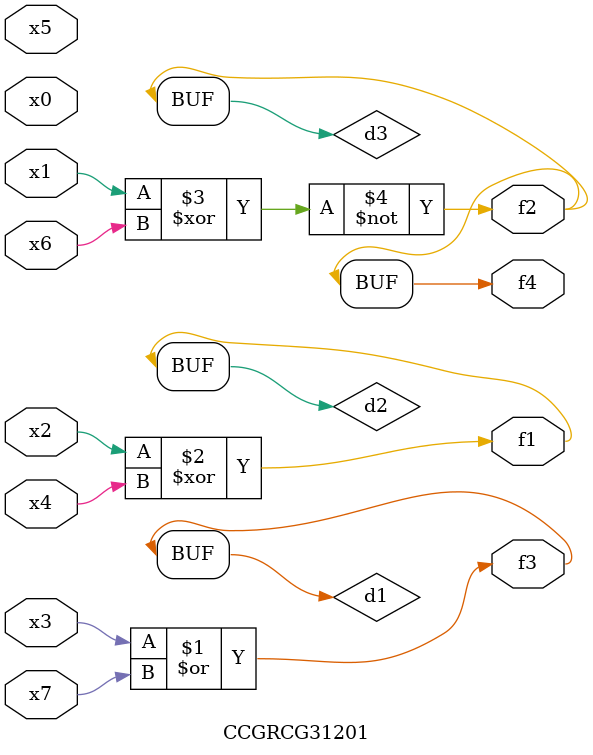
<source format=v>
module CCGRCG31201(
	input x0, x1, x2, x3, x4, x5, x6, x7,
	output f1, f2, f3, f4
);

	wire d1, d2, d3;

	or (d1, x3, x7);
	xor (d2, x2, x4);
	xnor (d3, x1, x6);
	assign f1 = d2;
	assign f2 = d3;
	assign f3 = d1;
	assign f4 = d3;
endmodule

</source>
